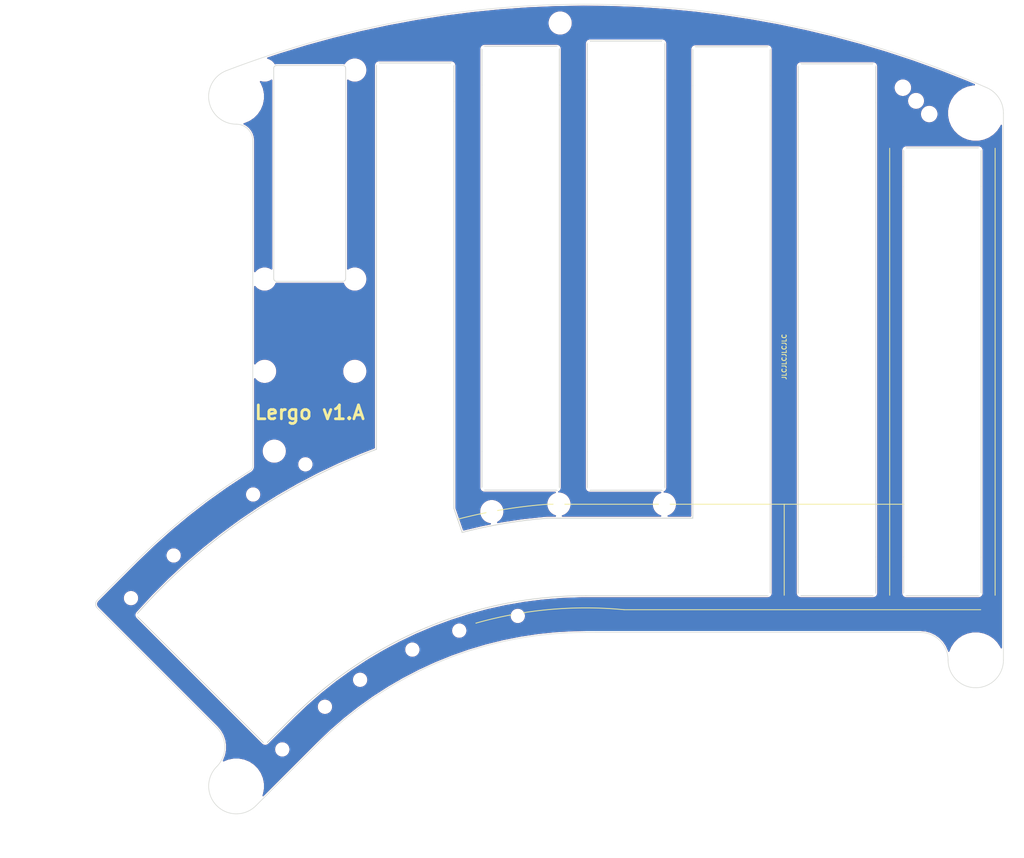
<source format=kicad_pcb>
(kicad_pcb (version 20171130) (host pcbnew 5.1.12-84ad8e8a86~92~ubuntu20.04.1)
  (title_block (title "Lergo top plate with rails, large cutouts") (date 2021-11-15) (rev v1.A) (company "Axel Voitier") (comment 1 "SPDX-License-Identifier: CERN-OHL-W-2.0") (comment 2 "Large cutouts variant") (comment 3 "Rail based layout variant"))
  (layers (0 F.Cu signal) (31 B.Cu signal) (34 B.Paste user hide) (35 F.Paste user hide) (36 B.SilkS user) (37 F.SilkS user) (38 B.Mask user hide) (39 F.Mask user hide) (44 Edge.Cuts user))
  (net 0 "")
  (module "Lergo Footprints:CherryMX_Lergo_v1_TopPlate_Corner" (layer F.Cu) (at 188.1 118.12)
    (fp_text reference REF** hide)
    (fp_text value CherryMX_Kyfle_v1_TopPlate_Corner hide)
    (pad "" np_thru_hole circle (at 6.7 6.7) (size 0.6 0.6) (drill 0.6) (layers *.Cu))
  )
  (module "Lergo Footprints:CherryMX_Lergo_v1_TopPlate_2u_1u_Rail_End" (layer F.Cu) (at 97.135413 135.364647 45)
    (fp_text reference SW2 hide)
    (fp_text value KEY_SWITCH hide)
    (fp_line (start -6.5 16.525) (end 0 16.525) (layer Edge.Cuts) (width 0.15))
    (fp_line (start -7 0) (end -7 16.025) (layer Edge.Cuts) (width 0.15))
    (fp_line (start -7 -16.060048) (end -7 0) (layer Edge.Cuts) (width 0.15))
    (fp_arc (start -6.5 16.025) (end -7 16.025) (angle -90) (layer Edge.Cuts) (width 0.15))
    (fp_arc (start -6.5 -16.060048) (end -6.5 -16.560048) (angle -90) (layer Edge.Cuts) (width 0.15))
    (pad "" np_thru_hole circle (at -6.7 16.225 45) (size 0.6 0.6) (drill 0.6) (layers *.Cu))
    (pad "" np_thru_hole circle (at -6.7 -16.225 45) (size 0.6 0.6) (drill 0.6) (layers *.Cu))
  )
  (module "Lergo Footprints:CherryMX_Lergo_v1_TopPlate_2u_1u_Rail_Helper" (layer F.Cu) (at 132.003452 113.573203 19)
    (fp_text reference SW2 hide)
    (fp_text value KEY_SWITCH hide)
  )
  (module "Lergo Footprints:Pimoroni_Trackball" (layer F.Cu) (at 141.81562 120.590179 284.1)
    (fp_text reference REF**)
    (fp_text value Pimoroni_Trackball)
    (pad "" np_thru_hole circle (at 9.8 5.45 284.1) (size 2.2 2.2) (drill 2.2) (layers *.Cu *.Mask))
    (pad "" np_thru_hole circle (at -9.8 5.45 284.1) (size 2.2 2.2) (drill 2.2) (layers *.Cu *.Mask))
    (pad "" np_thru_hole circle (at 9.8 -5.45 284.1) (size 2.2 2.2) (drill 2.2) (layers *.Cu *.Mask))
    (pad "" smd circle (at -9.800001 -5.45 284.1) (size 1 1) (layers F.Cu F.Paste F.Mask))
  )
  (module "Lergo Footprints:Pimoroni_Trackball" (layer F.Cu) (at 120.825382 129.092101 120)
    (fp_text reference REF**)
    (fp_text value Pimoroni_Trackball)
    (pad "" np_thru_hole circle (at -9.8 -5.45 120) (size 2.2 2.2) (drill 2.2) (layers *.Cu *.Mask))
    (pad "" np_thru_hole circle (at 9.8 -5.45 120) (size 2.2 2.2) (drill 2.2) (layers *.Cu *.Mask))
    (pad "" np_thru_hole circle (at -9.8 5.45 120) (size 2.2 2.2) (drill 2.2) (layers *.Cu *.Mask))
    (pad "" np_thru_hole circle (at 9.8 5.45 120) (size 2.2 2.2) (drill 2.2) (layers *.Cu *.Mask))
  )
  (module "Lergo Footprints:Pimoroni_Trackball" (layer F.Cu) (at 103.869549 142.102768 315)
    (fp_text reference REF**)
    (fp_text value Pimoroni_Trackball)
    (pad "" np_thru_hole circle (at 9.8 5.45 315) (size 2.2 2.2) (drill 2.2) (layers *.Cu *.Mask))
    (pad "" np_thru_hole circle (at -9.8 5.45 315) (size 2.2 2.2) (drill 2.2) (layers *.Cu *.Mask))
    (pad "" np_thru_hole circle (at 9.8 -5.45 315) (size 2.2 2.2) (drill 2.2) (layers *.Cu *.Mask))
    (pad "" np_thru_hole circle (at -9.8 -5.45 315) (size 2.2 2.2) (drill 2.2) (layers *.Cu *.Mask))
  )
  (module "Lergo Footprints:Pimoroni_Trackball" (layer F.Cu) (at 90.399165 128.632384 135)
    (fp_text reference REF**)
    (fp_text value Pimoroni_Trackball)
    (pad "" np_thru_hole circle (at -9.8 -5.45 135) (size 2.2 2.2) (drill 2.2) (layers *.Cu *.Mask))
    (pad "" np_thru_hole circle (at 9.8 -5.45 135) (size 2.2 2.2) (drill 2.2) (layers *.Cu *.Mask))
    (pad "" np_thru_hole circle (at -9.8 5.45 135) (size 2.2 2.2) (drill 2.2) (layers *.Cu *.Mask))
    (pad "" np_thru_hole circle (at 9.8 5.45 135) (size 2.2 2.2) (drill 2.2) (layers *.Cu *.Mask))
  )
  (module "Lergo Footprints:Pimoroni_Trackball" (layer F.Cu) (at 111.300382 112.594317 300)
    (fp_text reference REF**)
    (fp_text value Pimoroni_Trackball)
    (pad "" np_thru_hole circle (at 9.8 5.45 300) (size 2.2 2.2) (drill 2.2) (layers *.Cu *.Mask))
    (pad "" np_thru_hole circle (at -9.8 5.45 300) (size 2.2 2.2) (drill 2.2) (layers *.Cu *.Mask))
    (pad "" np_thru_hole circle (at 9.8 -5.45 300) (size 2.2 2.2) (drill 2.2) (layers *.Cu *.Mask))
    (pad "" np_thru_hole circle (at -9.8 -5.45 300) (size 2.2 2.2) (drill 2.2) (layers *.Cu *.Mask))
  )
  (module "Lergo Footprints:M2_with_washer" (layer F.Cu) (at 156.92375 108.575)
    (fp_text reference REF** hide)
    (fp_text value MountingHole_2.2mm_M2_ISO14580)
    (pad "" np_thru_hole circle (at 0 0) (size 2 2) (drill 2) (layers *.Cu *.Mask) (clearance 1.1))
  )
  (module "Lergo Footprints:M5_with_washer" (layer F.Cu) (at 98.638899 34.932171)
    (fp_text reference REF** hide)
    (fp_text value MountingHole_2.2mm_M2_ISO14580)
    (pad "" np_thru_hole circle (at 0 0) (size 5.3 5.3) (drill 5.3) (layers *.Cu *.Mask) (clearance 2.35))
  )
  (module "Lergo Footprints:M5_with_washer" (layer F.Cu) (at 98.638899 159.529137)
    (fp_text reference REF** hide)
    (fp_text value MountingHole_2.2mm_M2_ISO14580)
    (pad "" np_thru_hole circle (at 0 0) (size 5.3 5.3) (drill 5.3) (layers *.Cu *.Mask) (clearance 2.35))
  )
  (module "Lergo Footprints:M5_with_washer" (layer F.Cu) (at 232.220381 136.74)
    (fp_text reference REF** hide)
    (fp_text value MountingHole_2.2mm_M2_ISO14580)
    (pad "" np_thru_hole circle (at 0 0) (size 5.3 5.3) (drill 5.3) (layers *.Cu *.Mask) (clearance 2.35))
  )
  (module "Lergo Footprints:M5_with_washer" (layer F.Cu) (at 232.220381 37.928844)
    (fp_text reference REF** hide)
    (fp_text value MountingHole_2.2mm_M2_ISO14580)
    (pad "" np_thru_hole circle (at 0 0) (size 5.3 5.3) (drill 5.3) (layers *.Cu *.Mask) (clearance 2.35))
  )
  (module "Lergo Footprints:JLCBCB_OrderNumber" (layer F.Cu) (at 197.625 81.975 270)
    (fp_text reference JLCJLCJLCJLC (at 0 0 90) (layer F.SilkS) (effects (font (size 0.8 0.8))))
    (fp_text value JLCBCB_OrderNumber)
  )
  (module "Lergo Footprints:M2_with_washer" (layer F.Cu) (at 175.97375 108.595)
    (fp_text reference REF** hide)
    (fp_text value MountingHole_2.2mm_M2_ISO14580)
    (pad "" np_thru_hole circle (at 0 0) (size 2 2) (drill 2) (layers *.Cu *.Mask) (clearance 1.1))
  )
  (module "Lergo Footprints:CherryMX_Lergo_v1_TopPlate_1u_Rail_Helper" (layer F.Cu) (at 147.543805 119.320811 10)
    (fp_text reference SW2 hide)
    (fp_text value KEY_SWITCH hide)
  )
  (module "Lergo Footprints:M2_with_washer" (layer F.Cu) (at 144.793444 109.920811)
    (fp_text reference REF** hide)
    (fp_text value MountingHole_2.2mm_M2_ISO14580)
    (pad "" np_thru_hole circle (at 0 0) (size 2 2) (drill 2) (layers *.Cu *.Mask) (clearance 1.1))
  )
  (module "Lergo Footprints:M2_with_washer" (layer F.Cu) (at 105.5 99)
    (fp_text reference REF** hide)
    (fp_text value MountingHole_2.2mm_M2_ISO14580)
    (pad "" np_thru_hole circle (at 0 0) (size 2 2) (drill 2) (layers *.Cu *.Mask) (clearance 1.1))
  )
  (module "Lergo Footprints:M2_with_washer" (layer F.Cu) (at 157.14375 21.659375)
    (fp_text reference REF** hide)
    (fp_text value MountingHole_2.2mm_M2_ISO14580)
    (pad "" np_thru_hole circle (at 0 0) (size 2 2) (drill 2) (layers *.Cu *.Mask) (clearance 1.1))
  )
  (module "Lergo Footprints:CherryMX_Lergo_v1_TopPlate_1u_Rail_Helper" (layer F.Cu) (at 140.570866 120.913253 15)
    (fp_text reference SW2 hide)
    (fp_text value KEY_SWITCH hide)
  )
  (module "Lergo Footprints:SK6812_Bit_Bottom" (layer F.Cu) (at 221.4375 35.721875)
    (fp_text reference SW2 hide)
    (fp_text value KEY_SWITCH hide)
    (pad "" np_thru_hole circle (at 2.38125 2.38125) (size 1.2 1.2) (drill 1.2) (layers *.Cu *.Mask) (clearance 0.9))
    (pad "" np_thru_hole circle (at -2.38125 -2.38125) (size 1.2 1.2) (drill 1.2) (layers *.Cu *.Mask) (clearance 0.9))
    (pad "" np_thru_hole circle (at 0 0) (size 2.5 2.5) (drill 2.5) (layers *.Cu *.Mask))
  )
  (module "Lergo Footprints:Arduino_ProMicro_Lergo_v1_TopPlate" (layer F.Cu) (at 111.9 58.3875)
    (fp_text reference SW2 hide)
    (fp_text value "PRO MICRO" hide)
    (fp_line (start -6 -29.06) (end 6 -29.06) (layer Edge.Cuts) (width 0.12))
    (fp_line (start 6.5 -28.56) (end 6.5 9.44) (layer Edge.Cuts) (width 0.12))
    (fp_line (start 6 9.94) (end -6 9.94) (layer Edge.Cuts) (width 0.12))
    (fp_line (start -6.5 9.44) (end -6.5 -28.56) (layer Edge.Cuts) (width 0.12))
    (fp_arc (start 6 9.44) (end 6 9.94) (angle -90) (layer Edge.Cuts) (width 0.12))
    (fp_arc (start -6 9.44) (end -6.5 9.44) (angle -90) (layer Edge.Cuts) (width 0.12))
    (fp_arc (start -6 -28.56) (end -6 -29.06) (angle -90) (layer Edge.Cuts) (width 0.12))
    (fp_arc (start 6 -28.56) (end 6.5 -28.56) (angle -90) (layer Edge.Cuts) (width 0.12))
    (pad "" np_thru_hole circle (at 8.14375 26.19375) (size 2 2) (drill 2) (layers *.Cu *.Mask) (clearance 1.1))
    (pad "" np_thru_hole circle (at -8.14375 -28.23) (size 2 2) (drill 2) (layers *.Cu *.Mask) (clearance 1.1))
    (pad "" np_thru_hole circle (at -8.14375 9.525) (size 2 2) (drill 2) (layers *.Cu *.Mask) (clearance 1.1))
    (pad "" np_thru_hole circle (at 8.14375 9.525) (size 2 2) (drill 2) (layers *.Cu *.Mask) (clearance 1.1))
    (pad "" np_thru_hole circle (at 8.14375 -28.23) (size 2 2) (drill 2) (layers *.Cu *.Mask) (clearance 1.1))
    (pad "" np_thru_hole circle (at -8.14375 26.19375) (size 2 2) (drill 2) (layers *.Cu *.Mask) (clearance 1.1))
  )
  (module "Lergo Footprints:CherryMX_Lergo_v1_TopPlate_1u_Rail_Helper" (layer F.Cu) (at 207.15 118.12 270)
    (fp_text reference SW2 hide)
    (fp_text value KEY_SWITCH hide)
  )
  (module "Lergo Footprints:CherryMX_Lergo_v1_TopPlate_1u_Rail_Helper" (layer F.Cu) (at 226.2 118.12 270)
    (fp_text reference SW2 hide)
    (fp_text value KEY_SWITCH hide)
  )
  (module "Lergo Footprints:CherryMX_Lergo_v1_TopPlate_1u_Rail_Helper" (layer F.Cu) (at 226.2 51.2 90)
    (fp_text reference SW2 hide)
    (fp_text value KEY_SWITCH hide)
  )
  (module "Lergo Footprints:CherryMX_Lergo_v1_TopPlate_1u_Rail_Helper" (layer F.Cu) (at 130.95 108.59 180)
    (fp_text reference SW2 hide)
    (fp_text value KEY_SWITCH hide)
  )
  (module "Lergo Footprints:CherryMX_Lergo_v1_TopPlate_1u_Rail_Helper" (layer F.Cu) (at 161.76 118.12 180)
    (fp_text reference SW2 hide)
    (fp_text value KEY_SWITCH hide)
  )
  (module "Lergo Footprints:CherryMX_Lergo_v1_TopPlate_1u_Rail_Helper" (layer F.Cu) (at 188.1 118.12)
    (fp_text reference SW2 hide)
    (fp_text value KEY_SWITCH hide)
  )
  (module "Lergo Footprints:CherryMX_Lergo_v1_TopPlate_1u_Rail_End" (layer F.Cu) (at 150 99.05 180)
    (fp_text reference SW2 hide)
    (fp_text value KEY_SWITCH hide)
    (fp_line (start -7 -6.5) (end -7 0) (layer Edge.Cuts) (width 0.15))
    (fp_line (start 7 0) (end 7 -6.5) (layer Edge.Cuts) (width 0.15))
    (fp_line (start 6.5 -7) (end -6.5 -7) (layer Edge.Cuts) (width 0.15))
    (fp_arc (start 6.5 -6.5) (end 7 -6.5) (angle -90) (layer Edge.Cuts) (width 0.15))
    (fp_arc (start -6.5 -6.5) (end -6.5 -7) (angle -90) (layer Edge.Cuts) (width 0.15))
    (pad "" np_thru_hole circle (at -6.7 -6.7 180) (size 0.6 0.6) (drill 0.6) (layers *.Cu))
    (pad "" np_thru_hole circle (at 6.7 -6.7 180) (size 0.6 0.6) (drill 0.6) (layers *.Cu))
  )
  (module "Lergo Footprints:CherryMX_Lergo_v1_TopPlate_1u_Rail_End" (layer F.Cu) (at 130.95 35.86)
    (fp_text reference SW2 hide)
    (fp_text value KEY_SWITCH hide)
    (fp_line (start -7 -6.5) (end -7 0) (layer Edge.Cuts) (width 0.15))
    (fp_line (start 7 0) (end 7 -6.5) (layer Edge.Cuts) (width 0.15))
    (fp_line (start 6.5 -7) (end -6.5 -7) (layer Edge.Cuts) (width 0.15))
    (fp_arc (start 6.5 -6.5) (end 7 -6.5) (angle -90) (layer Edge.Cuts) (width 0.15))
    (fp_arc (start -6.5 -6.5) (end -6.5 -7) (angle -90) (layer Edge.Cuts) (width 0.15))
    (pad "" np_thru_hole circle (at -6.7 -6.7) (size 0.6 0.6) (drill 0.6) (layers *.Cu))
    (pad "" np_thru_hole circle (at 6.7 -6.7) (size 0.6 0.6) (drill 0.6) (layers *.Cu))
  )
  (module "Lergo Footprints:CherryMX_Lergo_v1_TopPlate_1u_Rail_End" (layer F.Cu) (at 207.15 36.02)
    (fp_text reference SW2 hide)
    (fp_text value KEY_SWITCH hide)
    (fp_line (start -7 -6.5) (end -7 0) (layer Edge.Cuts) (width 0.15))
    (fp_line (start 7 0) (end 7 -6.5) (layer Edge.Cuts) (width 0.15))
    (fp_line (start 6.5 -7) (end -6.5 -7) (layer Edge.Cuts) (width 0.15))
    (fp_arc (start 6.5 -6.5) (end 7 -6.5) (angle -90) (layer Edge.Cuts) (width 0.15))
    (fp_arc (start -6.5 -6.5) (end -6.5 -7) (angle -90) (layer Edge.Cuts) (width 0.15))
    (pad "" np_thru_hole circle (at -6.7 -6.7) (size 0.6 0.6) (drill 0.6) (layers *.Cu))
    (pad "" np_thru_hole circle (at 6.7 -6.7) (size 0.6 0.6) (drill 0.6) (layers *.Cu))
  )
  (module "Lergo Footprints:CherryMX_Lergo_v1_TopPlate_1u_Rail_End" (layer F.Cu) (at 188.1 32.94)
    (fp_text reference SW2 hide)
    (fp_text value KEY_SWITCH hide)
    (fp_line (start -7 -6.5) (end -7 0) (layer Edge.Cuts) (width 0.15))
    (fp_line (start 7 0) (end 7 -6.5) (layer Edge.Cuts) (width 0.15))
    (fp_line (start 6.5 -7) (end -6.5 -7) (layer Edge.Cuts) (width 0.15))
    (fp_arc (start 6.5 -6.5) (end 7 -6.5) (angle -90) (layer Edge.Cuts) (width 0.15))
    (fp_arc (start -6.5 -6.5) (end -6.5 -7) (angle -90) (layer Edge.Cuts) (width 0.15))
    (pad "" np_thru_hole circle (at -6.7 -6.7) (size 0.6 0.6) (drill 0.6) (layers *.Cu))
    (pad "" np_thru_hole circle (at 6.7 -6.7) (size 0.6 0.6) (drill 0.6) (layers *.Cu))
  )
  (module "Lergo Footprints:CherryMX_Lergo_v1_TopPlate_1u_Rail_End" (layer F.Cu) (at 169.05 31.9)
    (fp_text reference SW2 hide)
    (fp_text value KEY_SWITCH hide)
    (fp_line (start -7 -6.5) (end -7 0) (layer Edge.Cuts) (width 0.15))
    (fp_line (start 7 0) (end 7 -6.5) (layer Edge.Cuts) (width 0.15))
    (fp_line (start 6.5 -7) (end -6.5 -7) (layer Edge.Cuts) (width 0.15))
    (fp_arc (start 6.5 -6.5) (end 7 -6.5) (angle -90) (layer Edge.Cuts) (width 0.15))
    (fp_arc (start -6.5 -6.5) (end -6.5 -7) (angle -90) (layer Edge.Cuts) (width 0.15))
    (pad "" np_thru_hole circle (at -6.7 -6.7) (size 0.6 0.6) (drill 0.6) (layers *.Cu))
    (pad "" np_thru_hole circle (at 6.7 -6.7) (size 0.6 0.6) (drill 0.6) (layers *.Cu))
  )
  (module "Lergo Footprints:CherryMX_Lergo_v1_TopPlate_1u_Rail_End" (layer F.Cu) (at 169.05 99.07 180)
    (fp_text reference SW2 hide)
    (fp_text value KEY_SWITCH hide)
    (fp_line (start -7 -6.5) (end -7 0) (layer Edge.Cuts) (width 0.15))
    (fp_line (start 7 0) (end 7 -6.5) (layer Edge.Cuts) (width 0.15))
    (fp_line (start 6.5 -7) (end -6.5 -7) (layer Edge.Cuts) (width 0.15))
    (fp_arc (start 6.5 -6.5) (end 7 -6.5) (angle -90) (layer Edge.Cuts) (width 0.15))
    (fp_arc (start -6.5 -6.5) (end -6.5 -7) (angle -90) (layer Edge.Cuts) (width 0.15))
    (pad "" np_thru_hole circle (at -6.7 -6.7 180) (size 0.6 0.6) (drill 0.6) (layers *.Cu))
    (pad "" np_thru_hole circle (at 6.7 -6.7 180) (size 0.6 0.6) (drill 0.6) (layers *.Cu))
  )
  (module "Lergo Footprints:CherryMX_Lergo_v1_TopPlate_1u_Rail_End" (layer F.Cu) (at 150 32.86)
    (fp_text reference SW2 hide)
    (fp_text value KEY_SWITCH hide)
    (fp_line (start -7 -6.5) (end -7 0) (layer Edge.Cuts) (width 0.15))
    (fp_line (start 7 0) (end 7 -6.5) (layer Edge.Cuts) (width 0.15))
    (fp_line (start 6.5 -7) (end -6.5 -7) (layer Edge.Cuts) (width 0.15))
    (fp_arc (start 6.5 -6.5) (end 7 -6.5) (angle -90) (layer Edge.Cuts) (width 0.15))
    (fp_arc (start -6.5 -6.5) (end -6.5 -7) (angle -90) (layer Edge.Cuts) (width 0.15))
    (pad "" np_thru_hole circle (at -6.7 -6.7) (size 0.6 0.6) (drill 0.6) (layers *.Cu))
    (pad "" np_thru_hole circle (at 6.7 -6.7) (size 0.6 0.6) (drill 0.6) (layers *.Cu))
  )
  (module "Lergo Footprints:CherryMX_Lergo_v1_TopPlate_1u_Rail_End" (layer F.Cu) (at 226.2 51.2)
    (fp_text reference SW2 hide)
    (fp_text value KEY_SWITCH hide)
    (fp_line (start -7 -6.5) (end -7 0) (layer Edge.Cuts) (width 0.15))
    (fp_line (start 7 0) (end 7 -6.5) (layer Edge.Cuts) (width 0.15))
    (fp_line (start 6.5 -7) (end -6.5 -7) (layer Edge.Cuts) (width 0.15))
    (fp_arc (start 6.5 -6.5) (end 7 -6.5) (angle -90) (layer Edge.Cuts) (width 0.15))
    (fp_arc (start -6.5 -6.5) (end -6.5 -7) (angle -90) (layer Edge.Cuts) (width 0.15))
    (pad "" np_thru_hole circle (at -6.7 -6.7) (size 0.6 0.6) (drill 0.6) (layers *.Cu))
    (pad "" np_thru_hole circle (at 6.7 -6.7) (size 0.6 0.6) (drill 0.6) (layers *.Cu))
  )
  (module "Lergo Footprints:CherryMX_Lergo_v1_TopPlate_1u_Rail_End" (layer F.Cu) (at 226.2 118.12 180)
    (fp_text reference SW2 hide)
    (fp_text value KEY_SWITCH hide)
    (fp_line (start -7 -6.5) (end -7 0) (layer Edge.Cuts) (width 0.15))
    (fp_line (start 7 0) (end 7 -6.5) (layer Edge.Cuts) (width 0.15))
    (fp_line (start 6.5 -7) (end -6.5 -7) (layer Edge.Cuts) (width 0.15))
    (fp_arc (start 6.5 -6.5) (end 7 -6.5) (angle -90) (layer Edge.Cuts) (width 0.15))
    (fp_arc (start -6.5 -6.5) (end -6.5 -7) (angle -90) (layer Edge.Cuts) (width 0.15))
    (pad "" np_thru_hole circle (at -6.7 -6.7 180) (size 0.6 0.6) (drill 0.6) (layers *.Cu))
    (pad "" np_thru_hole circle (at 6.7 -6.7 180) (size 0.6 0.6) (drill 0.6) (layers *.Cu))
  )
  (module "Lergo Footprints:CherryMX_Lergo_v1_TopPlate_1u_Rail_End" (layer F.Cu) (at 207.15 118.12 180)
    (fp_text reference SW2 hide)
    (fp_text value KEY_SWITCH hide)
    (fp_line (start -7 -6.5) (end -7 0) (layer Edge.Cuts) (width 0.15))
    (fp_line (start 7 0) (end 7 -6.5) (layer Edge.Cuts) (width 0.15))
    (fp_line (start 6.5 -7) (end -6.5 -7) (layer Edge.Cuts) (width 0.15))
    (fp_arc (start 6.5 -6.5) (end 7 -6.5) (angle -90) (layer Edge.Cuts) (width 0.15))
    (fp_arc (start -6.5 -6.5) (end -6.5 -7) (angle -90) (layer Edge.Cuts) (width 0.15))
    (pad "" np_thru_hole circle (at -6.7 -6.7 180) (size 0.6 0.6) (drill 0.6) (layers *.Cu))
    (pad "" np_thru_hole circle (at 6.7 -6.7 180) (size 0.6 0.6) (drill 0.6) (layers *.Cu))
  )
  (gr_line (start 197.625 125.04375) (end 197.625 108.595) (layer F.SilkS) (width 0.15))
  (gr_arc (start 161.760381 199.9936) (end 168.683749 127.645001) (angle -21.31228169) (layer F.SilkS) (width 0.15))
  (gr_arc (start 161.760381 199.9936) (end 154.83625 108.595) (angle -10.30234971) (layer F.SilkS) (width 0.15))
  (gr_line (start 154.83625 108.595) (end 219.27625 108.595) (layer F.SilkS) (width 0.15))
  (gr_line (start 233.12375 127.645) (end 168.68375 127.645) (layer F.SilkS) (width 0.15))
  (gr_line (start 216.675 44.27625) (end 216.675 125.04375) (layer F.SilkS) (width 0.15))
  (gr_line (start 235.725 125.04375) (end 235.725 44.27625) (layer F.SilkS) (width 0.15))
  (gr_line (start 137.95 109.342358) (end 139.444588 113.682955) (layer Edge.Cuts) (width 0.15))
  (gr_arc (start 161.760381 199.9936) (end 123.95 98.666504) (angle -27.98095428) (layer Edge.Cuts) (width 0.15))
  (gr_line (start 154.760001 111.120001) (end 181.1 111.12) (layer Edge.Cuts) (width 0.15))
  (gr_arc (start 194.6 124.62) (end 194.6 125.12) (angle -90) (layer Edge.Cuts) (width 0.15))
  (gr_arc (start 161.760381 199.9936) (end 154.760001 111.120001) (angle -9.992714853) (layer Edge.Cuts) (width 0.15))
  (gr_line (start 161.760001 125.120001) (end 194.6 125.12) (layer Edge.Cuts) (width 0.15))
  (gr_arc (start 161.760381 199.9936) (end 161.760001 125.120001) (angle -44.99755286) (layer Edge.Cuts) (width 0.15))
  (gr_line (start 123.95 35.86) (end 123.95 98.666504) (layer Edge.Cuts) (width 0.15))
  (gr_line (start 137.95 109.342358) (end 137.95 35.86) (layer Edge.Cuts) (width 0.15))
  (gr_line (start 143 32.86) (end 143 99.05) (layer Edge.Cuts) (width 0.15))
  (gr_line (start 157 99.05) (end 157 32.86) (layer Edge.Cuts) (width 0.15))
  (gr_line (start 162.05 31.9) (end 162.05 99.07) (layer Edge.Cuts) (width 0.15))
  (gr_line (start 176.05 99.07) (end 176.05 31.9) (layer Edge.Cuts) (width 0.15))
  (gr_line (start 181.1 32.94) (end 181.1 111.12) (layer Edge.Cuts) (width 0.15))
  (gr_line (start 195.1 124.62) (end 195.1 32.94) (layer Edge.Cuts) (width 0.15))
  (gr_line (start 200.15 36.02) (end 200.15 118.12) (layer Edge.Cuts) (width 0.15))
  (gr_line (start 214.15 118.12) (end 214.15 36.02) (layer Edge.Cuts) (width 0.15))
  (gr_line (start 219.2 51.2) (end 219.2 118.12) (layer Edge.Cuts) (width 0.15))
  (gr_line (start 233.2 118.12) (end 233.2 51.2) (layer Edge.Cuts) (width 0.15))
  (gr_arc (start 74.231955 126.636911) (end 73.524848 125.929804) (angle -90) (layer Edge.Cuts) (width 0.12))
  (gr_arc (start 91.567831 152.458069) (end 95.103365 155.993603) (angle -90) (layer Edge.Cuts) (width 0.1))
  (gr_arc (start 98.638899 159.529137) (end 95.103365 155.993603) (angle -180) (layer Edge.Cuts) (width 0.1))
  (gr_arc (start 98.641295 42.905771) (end 101.614896 42.905771) (angle -90) (layer Edge.Cuts) (width 0.1))
  (gr_arc (start 98.638899 34.932171) (end 96.852971 30.262004) (angle -159.1) (layer Edge.Cuts) (width 0.1))
  (gr_arc (start 222.220381 136.74) (end 227.220381 136.74) (angle -90) (layer Edge.Cuts) (width 0.1))
  (gr_arc (start 232.220381 136.74) (end 227.220381 136.74) (angle -180) (layer Edge.Cuts) (width 0.1))
  (gr_arc (start 100.614896 101.696643) (end 101.143092 102.545766) (angle -58.1) (layer Edge.Cuts) (width 0.1))
  (gr_line (start 101.614896 42.905771) (end 101.614896 101.696929) (layer Edge.Cuts) (width 0.1))
  (gr_text "Lergo v1.A" (at 111.9 92.025) (layer F.SilkS) (effects (font (size 2.5 2.5) (thickness 0.5))))
  (gr_arc (start 232.220381 37.928844) (end 237.220381 37.928844) (angle -66.5) (layer Edge.Cuts) (width 0.1))
  (gr_arc (start 161.760381 199.9936) (end 234.214126 33.343544) (angle -44.42521298) (layer Edge.Cuts) (width 0.1))
  (gr_arc (start 161.760381 199.9936) (end 101.143092 102.545766) (angle -13.11497318) (layer Edge.Cuts) (width 0.1))
  (gr_line (start 73.524848 125.929804) (end 80.612709 118.841943) (layer Edge.Cuts) (width 0.1))
  (gr_line (start 95.103365 148.922535) (end 73.524848 127.344018) (layer Edge.Cuts) (width 0.1))
  (gr_line (start 113.500343 151.733562) (end 102.174433 163.064671) (layer Edge.Cuts) (width 0.1))
  (gr_arc (start 161.760381 199.9936) (end 161.760381 131.7436) (angle -45) (layer Edge.Cuts) (width 0.1))
  (gr_line (start 161.760381 131.7436) (end 222.220381 131.74) (layer Edge.Cuts) (width 0.1))
  (gr_line (start 237.220381 37.928844) (end 237.220381 136.74) (layer Edge.Cuts) (width 0.1))
  (zone (net 0) (net_name "") (layer F.Cu) (connect_pads (clearance 0.2)) (min_thickness 0.254) (fill yes (arc_segments 32) (thermal_gap 0.508) (thermal_bridge_width 0.508))
    (polygon (pts (xy 55.95 132.5) (xy 95.95 172.5) (xy 135.95 142.5) (xy 240.95 142.5) (xy 240.95 17.5) (xy 90.95 17.5) (xy 90.95 97.5)))
  )
  (zone (net 0) (net_name "") (layer B.Cu) (connect_pads (clearance 0.2)) (min_thickness 0.254) (fill yes (arc_segments 32) (thermal_gap 0.508) (thermal_bridge_width 0.508))
    (polygon (pts (xy 55.95 132.5) (xy 95.95 172.5) (xy 135.95 142.5) (xy 240.95 142.5) (xy 240.95 17.5) (xy 90.95 17.5) (xy 90.95 97.5)))
  )
  (zone (net 0) (net_name "") (layers F&B.Cu) (connect_pads (clearance 0.2)) (min_thickness 0.254)
    (keepout (tracks allowed) (vias allowed) (copperpour not_allowed))
    (fill (arc_segments 32) (thermal_gap 0.508) (thermal_bridge_width 0.508))
    (polygon (pts (xy 102.275 31.175) (xy 98.875 31.175) (xy 98.875 28.575) (xy 102.275 28.575)))
  )
)
</source>
